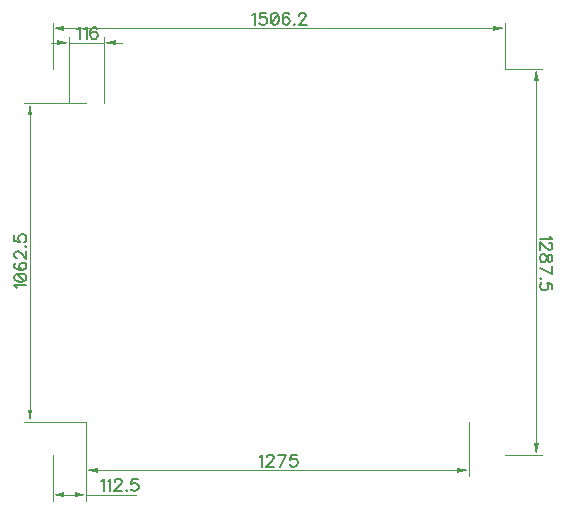
<source format=gbr>
G04 DipTrace 2.4.0.2*
%INTopDimension.gbr*%
%MOIN*%
%ADD13C,0.0014*%
%ADD82C,0.0062*%
%FSLAX44Y44*%
G04*
G70*
G90*
G75*
G01*
%LNTopDimension*%
%LPD*%
X3937Y16812D2*
D13*
Y18361D1*
X19000Y16812D2*
Y18361D1*
X11468Y18164D2*
X4331D1*
G36*
X3937D2*
X4331Y18242D1*
Y18085D1*
X3937Y18164D1*
G37*
X11468D2*
D13*
X18606D1*
G36*
X19000D2*
X18606Y18085D1*
Y18242D1*
X19000Y18164D1*
G37*
Y16812D2*
D13*
X20259D1*
X19000Y3937D2*
X20259D1*
X20062Y10375D2*
Y16418D1*
G36*
Y16812D2*
X20141Y16418D1*
X19983D1*
X20062Y16812D1*
G37*
Y10375D2*
D13*
Y4331D1*
G36*
Y3937D2*
X19983Y4331D1*
X20141D1*
X20062Y3937D1*
G37*
X5062Y15687D2*
D13*
X2988D1*
X5062Y5062D2*
X2988D1*
X3185Y10375D2*
Y15293D1*
G36*
Y15687D2*
X3264Y15293D1*
X3106D1*
X3185Y15687D1*
G37*
Y10375D2*
D13*
Y5456D1*
G36*
Y5062D2*
X3106Y5456D1*
X3264D1*
X3185Y5062D1*
G37*
X5062D2*
D13*
Y3241D1*
X17812Y5062D2*
Y3241D1*
X11437Y3438D2*
X5456D1*
G36*
X5062D2*
X5456Y3517D1*
Y3359D1*
X5062Y3438D1*
G37*
X11437D2*
D13*
X17418D1*
G36*
X17812D2*
X17418Y3359D1*
Y3517D1*
X17812Y3438D1*
G37*
X5062Y5062D2*
D13*
Y2428D1*
X3937Y3937D2*
Y2428D1*
X4500Y2625D2*
X4668D1*
G36*
X5062D2*
X4668Y2547D1*
Y2704D1*
X5062Y2625D1*
G37*
X4500D2*
D13*
X4331D1*
G36*
X3937D2*
X4331Y2704D1*
Y2547D1*
X3937Y2625D1*
G37*
X6716D2*
D13*
X5062D1*
X4482Y15687D2*
Y17884D1*
X5642Y15687D2*
Y17884D1*
X4482Y17687D2*
X5642D1*
X3891D2*
X4088D1*
G36*
X4482D2*
X4088Y17608D1*
Y17766D1*
X4482Y17687D1*
G37*
X6233D2*
D13*
X6036D1*
G36*
X5642D2*
X6036Y17766D1*
Y17608D1*
X5642Y17687D1*
G37*
X10597Y18611D2*
D82*
X10635Y18630D1*
X10693Y18687D1*
Y18286D1*
X11046Y18687D2*
X10855D1*
X10836Y18515D1*
X10855Y18534D1*
X10912Y18554D1*
X10969D1*
X11027Y18534D1*
X11065Y18496D1*
X11084Y18439D1*
Y18401D1*
X11065Y18343D1*
X11027Y18305D1*
X10969Y18286D1*
X10912D1*
X10855Y18305D1*
X10836Y18324D1*
X10816Y18362D1*
X11323Y18687D2*
X11265Y18668D1*
X11227Y18611D1*
X11208Y18515D1*
Y18458D1*
X11227Y18362D1*
X11265Y18305D1*
X11323Y18286D1*
X11361D1*
X11418Y18305D1*
X11456Y18362D1*
X11476Y18458D1*
Y18515D1*
X11456Y18611D1*
X11418Y18668D1*
X11361Y18687D1*
X11323D1*
X11456Y18611D2*
X11227Y18362D1*
X11829Y18630D2*
X11810Y18668D1*
X11752Y18687D1*
X11714D1*
X11657Y18668D1*
X11618Y18611D1*
X11599Y18515D1*
Y18420D1*
X11618Y18343D1*
X11657Y18305D1*
X11714Y18286D1*
X11733D1*
X11790Y18305D1*
X11829Y18343D1*
X11848Y18401D1*
Y18420D1*
X11829Y18477D1*
X11790Y18515D1*
X11733Y18534D1*
X11714D1*
X11657Y18515D1*
X11618Y18477D1*
X11599Y18420D1*
X11990Y18324D2*
X11971Y18305D1*
X11990Y18286D1*
X12010Y18305D1*
X11990Y18324D1*
X12153Y18592D2*
Y18611D1*
X12172Y18649D1*
X12191Y18668D1*
X12229Y18687D1*
X12306D1*
X12344Y18668D1*
X12363Y18649D1*
X12382Y18611D1*
Y18573D1*
X12363Y18534D1*
X12325Y18477D1*
X12133Y18286D1*
X12401D1*
X20509Y11255D2*
X20529Y11217D1*
X20586Y11159D1*
X20184D1*
X20490Y11016D2*
X20509D1*
X20548Y10997D1*
X20567Y10978D1*
X20586Y10940D1*
Y10863D1*
X20567Y10825D1*
X20548Y10806D1*
X20509Y10787D1*
X20471D1*
X20433Y10806D1*
X20376Y10844D1*
X20184Y11036D1*
Y10768D1*
X20586Y10549D2*
X20567Y10606D1*
X20529Y10625D1*
X20490D1*
X20452Y10606D1*
X20433Y10568D1*
X20414Y10491D1*
X20395Y10434D1*
X20356Y10396D1*
X20318Y10377D1*
X20261D1*
X20223Y10396D1*
X20203Y10415D1*
X20184Y10472D1*
Y10549D1*
X20203Y10606D1*
X20223Y10625D1*
X20261Y10644D1*
X20318D1*
X20356Y10625D1*
X20395Y10587D1*
X20414Y10530D1*
X20433Y10453D1*
X20452Y10415D1*
X20490Y10396D1*
X20529D1*
X20567Y10415D1*
X20586Y10472D1*
Y10549D1*
X20184Y10177D2*
X20586Y9985D1*
Y10253D1*
X20223Y9843D2*
X20203Y9862D1*
X20184Y9843D1*
X20203Y9823D1*
X20223Y9843D1*
X20586Y9470D2*
Y9661D1*
X20414Y9680D1*
X20433Y9661D1*
X20452Y9604D1*
Y9547D1*
X20433Y9489D1*
X20395Y9451D1*
X20337Y9432D1*
X20299D1*
X20242Y9451D1*
X20203Y9489D1*
X20184Y9547D1*
Y9604D1*
X20203Y9661D1*
X20223Y9680D1*
X20261Y9700D1*
X2738Y9503D2*
X2719Y9542D1*
X2662Y9599D1*
X3063D1*
X2662Y9838D2*
X2681Y9780D1*
X2738Y9742D1*
X2834Y9723D1*
X2891D1*
X2987Y9742D1*
X3044Y9780D1*
X3063Y9838D1*
Y9876D1*
X3044Y9933D1*
X2987Y9971D1*
X2891Y9991D1*
X2834D1*
X2738Y9971D1*
X2681Y9933D1*
X2662Y9876D1*
Y9838D1*
X2738Y9971D2*
X2987Y9742D1*
X2719Y10344D2*
X2681Y10325D1*
X2662Y10267D1*
Y10229D1*
X2681Y10172D1*
X2738Y10133D1*
X2834Y10114D1*
X2929D1*
X3006Y10133D1*
X3044Y10172D1*
X3063Y10229D1*
Y10248D1*
X3044Y10305D1*
X3006Y10344D1*
X2948Y10363D1*
X2929D1*
X2872Y10344D1*
X2834Y10305D1*
X2815Y10248D1*
Y10229D1*
X2834Y10172D1*
X2872Y10133D1*
X2929Y10114D1*
X2757Y10506D2*
X2738D1*
X2700Y10525D1*
X2681Y10544D1*
X2662Y10582D1*
Y10659D1*
X2681Y10697D1*
X2700Y10716D1*
X2738Y10735D1*
X2776D1*
X2815Y10716D1*
X2872Y10678D1*
X3063Y10486D1*
Y10754D1*
X3025Y10897D2*
X3044Y10878D1*
X3063Y10897D1*
X3044Y10916D1*
X3025Y10897D1*
X2662Y11269D2*
Y11078D1*
X2834Y11059D1*
X2815Y11078D1*
X2795Y11136D1*
Y11193D1*
X2815Y11250D1*
X2853Y11289D1*
X2910Y11308D1*
X2948D1*
X3006Y11289D1*
X3044Y11250D1*
X3063Y11193D1*
Y11136D1*
X3044Y11078D1*
X3025Y11059D1*
X2987Y11040D1*
X10833Y3885D2*
X10871Y3904D1*
X10929Y3961D1*
Y3560D1*
X11072Y3866D2*
Y3885D1*
X11091Y3923D1*
X11110Y3942D1*
X11148Y3961D1*
X11225D1*
X11263Y3942D1*
X11282Y3923D1*
X11301Y3885D1*
Y3847D1*
X11282Y3808D1*
X11244Y3751D1*
X11052Y3560D1*
X11320D1*
X11520D2*
X11712Y3961D1*
X11444D1*
X12065D2*
X11874D1*
X11855Y3789D1*
X11874Y3808D1*
X11931Y3828D1*
X11988D1*
X12046Y3808D1*
X12084Y3770D1*
X12103Y3713D1*
Y3675D1*
X12084Y3617D1*
X12046Y3579D1*
X11988Y3560D1*
X11931D1*
X11874Y3579D1*
X11855Y3598D1*
X11835Y3636D1*
X5548Y3072D2*
X5587Y3092D1*
X5644Y3149D1*
Y2747D1*
X5768Y3072D2*
X5806Y3092D1*
X5864Y3149D1*
Y2747D1*
X6007Y3053D2*
Y3072D1*
X6026Y3111D1*
X6045Y3130D1*
X6083Y3149D1*
X6160D1*
X6198Y3130D1*
X6217Y3111D1*
X6236Y3072D1*
Y3034D1*
X6217Y2996D1*
X6179Y2939D1*
X5987Y2747D1*
X6255D1*
X6398Y2786D2*
X6379Y2766D1*
X6398Y2747D1*
X6417Y2766D1*
X6398Y2786D1*
X6770Y3149D2*
X6579D1*
X6560Y2977D1*
X6579Y2996D1*
X6637Y3015D1*
X6694D1*
X6751Y2996D1*
X6790Y2958D1*
X6809Y2900D1*
Y2862D1*
X6790Y2805D1*
X6751Y2766D1*
X6694Y2747D1*
X6637D1*
X6579Y2766D1*
X6560Y2786D1*
X6541Y2824D1*
X4749Y18134D2*
X4788Y18154D1*
X4845Y18211D1*
Y17809D1*
X4969Y18134D2*
X5007Y18154D1*
X5065Y18211D1*
Y17809D1*
X5418Y18154D2*
X5399Y18192D1*
X5341Y18211D1*
X5303D1*
X5246Y18192D1*
X5207Y18134D1*
X5188Y18039D1*
Y17943D1*
X5207Y17867D1*
X5246Y17828D1*
X5303Y17809D1*
X5322D1*
X5379Y17828D1*
X5418Y17867D1*
X5437Y17924D1*
Y17943D1*
X5418Y18001D1*
X5379Y18039D1*
X5322Y18058D1*
X5303D1*
X5246Y18039D1*
X5207Y18001D1*
X5188Y17943D1*
M02*

</source>
